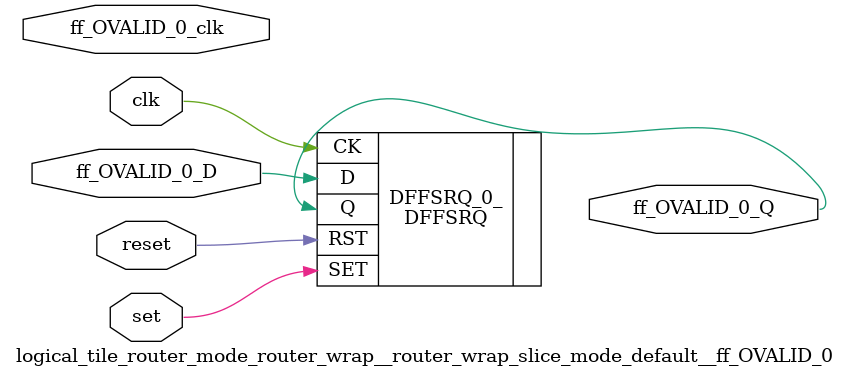
<source format=v>
`default_nettype none

module logical_tile_router_mode_router_wrap__router_wrap_slice_mode_default__ff_OVALID_0(set,
                                                                                         reset,
                                                                                         clk,
                                                                                         ff_OVALID_0_D,
                                                                                         ff_OVALID_0_Q,
                                                                                         ff_OVALID_0_clk);
//----- GLOBAL PORTS -----
input [0:0] set;
//----- GLOBAL PORTS -----
input [0:0] reset;
//----- GLOBAL PORTS -----
input [0:0] clk;
//----- INPUT PORTS -----
input [0:0] ff_OVALID_0_D;
//----- OUTPUT PORTS -----
output [0:0] ff_OVALID_0_Q;
//----- CLOCK PORTS -----
input [0:0] ff_OVALID_0_clk;

//----- BEGIN wire-connection ports -----
wire [0:0] ff_OVALID_0_D;
wire [0:0] ff_OVALID_0_Q;
wire [0:0] ff_OVALID_0_clk;
//----- END wire-connection ports -----


//----- BEGIN Registered ports -----
//----- END Registered ports -----



// ----- BEGIN Local short connections -----
// ----- END Local short connections -----
// ----- BEGIN Local output short connections -----
// ----- END Local output short connections -----

	DFFSRQ DFFSRQ_0_ (
		.SET(set),
		.RST(reset),
		.CK(clk),
		.D(ff_OVALID_0_D),
		.Q(ff_OVALID_0_Q));

endmodule
// ----- END Verilog module for logical_tile_router_mode_router_wrap__router_wrap_slice_mode_default__ff_OVALID_0 -----

//----- Default net type -----
`default_nettype wire




</source>
